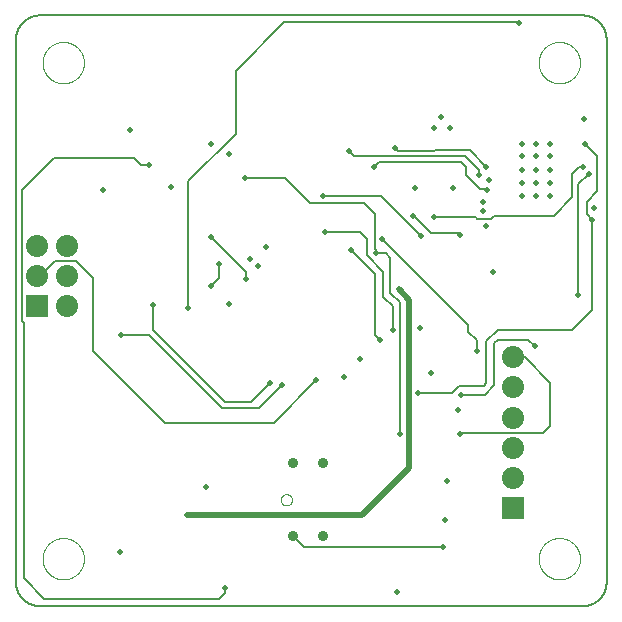
<source format=gbl>
G75*
%MOIN*%
%OFA0B0*%
%FSLAX25Y25*%
%IPPOS*%
%LPD*%
%AMOC8*
5,1,8,0,0,1.08239X$1,22.5*
%
%ADD10C,0.00800*%
%ADD11C,0.00000*%
%ADD12R,0.07382X0.07382*%
%ADD13C,0.07382*%
%ADD14C,0.03562*%
%ADD15C,0.02000*%
%ADD16C,0.02000*%
D10*
X0003031Y0009274D02*
X0003031Y0190376D01*
X0003032Y0190376D02*
X0003034Y0190566D01*
X0003041Y0190756D01*
X0003053Y0190946D01*
X0003069Y0191136D01*
X0003089Y0191325D01*
X0003115Y0191514D01*
X0003144Y0191702D01*
X0003179Y0191889D01*
X0003218Y0192075D01*
X0003261Y0192260D01*
X0003309Y0192445D01*
X0003361Y0192628D01*
X0003417Y0192809D01*
X0003478Y0192989D01*
X0003544Y0193168D01*
X0003613Y0193345D01*
X0003687Y0193521D01*
X0003765Y0193694D01*
X0003848Y0193866D01*
X0003934Y0194035D01*
X0004024Y0194203D01*
X0004119Y0194368D01*
X0004217Y0194531D01*
X0004320Y0194691D01*
X0004426Y0194849D01*
X0004536Y0195004D01*
X0004649Y0195157D01*
X0004767Y0195307D01*
X0004888Y0195453D01*
X0005012Y0195597D01*
X0005140Y0195738D01*
X0005271Y0195876D01*
X0005406Y0196011D01*
X0005544Y0196142D01*
X0005685Y0196270D01*
X0005829Y0196394D01*
X0005975Y0196515D01*
X0006125Y0196633D01*
X0006278Y0196746D01*
X0006433Y0196856D01*
X0006591Y0196962D01*
X0006751Y0197065D01*
X0006914Y0197163D01*
X0007079Y0197258D01*
X0007247Y0197348D01*
X0007416Y0197434D01*
X0007588Y0197517D01*
X0007761Y0197595D01*
X0007937Y0197669D01*
X0008114Y0197738D01*
X0008293Y0197804D01*
X0008473Y0197865D01*
X0008654Y0197921D01*
X0008837Y0197973D01*
X0009022Y0198021D01*
X0009207Y0198064D01*
X0009393Y0198103D01*
X0009580Y0198138D01*
X0009768Y0198167D01*
X0009957Y0198193D01*
X0010146Y0198213D01*
X0010336Y0198229D01*
X0010526Y0198241D01*
X0010716Y0198248D01*
X0010906Y0198250D01*
X0192008Y0198250D01*
X0192198Y0198248D01*
X0192388Y0198241D01*
X0192578Y0198229D01*
X0192768Y0198213D01*
X0192957Y0198193D01*
X0193146Y0198167D01*
X0193334Y0198138D01*
X0193521Y0198103D01*
X0193707Y0198064D01*
X0193892Y0198021D01*
X0194077Y0197973D01*
X0194260Y0197921D01*
X0194441Y0197865D01*
X0194621Y0197804D01*
X0194800Y0197738D01*
X0194977Y0197669D01*
X0195153Y0197595D01*
X0195326Y0197517D01*
X0195498Y0197434D01*
X0195667Y0197348D01*
X0195835Y0197258D01*
X0196000Y0197163D01*
X0196163Y0197065D01*
X0196323Y0196962D01*
X0196481Y0196856D01*
X0196636Y0196746D01*
X0196789Y0196633D01*
X0196939Y0196515D01*
X0197085Y0196394D01*
X0197229Y0196270D01*
X0197370Y0196142D01*
X0197508Y0196011D01*
X0197643Y0195876D01*
X0197774Y0195738D01*
X0197902Y0195597D01*
X0198026Y0195453D01*
X0198147Y0195307D01*
X0198265Y0195157D01*
X0198378Y0195004D01*
X0198488Y0194849D01*
X0198594Y0194691D01*
X0198697Y0194531D01*
X0198795Y0194368D01*
X0198890Y0194203D01*
X0198980Y0194035D01*
X0199066Y0193866D01*
X0199149Y0193694D01*
X0199227Y0193521D01*
X0199301Y0193345D01*
X0199370Y0193168D01*
X0199436Y0192989D01*
X0199497Y0192809D01*
X0199553Y0192628D01*
X0199605Y0192445D01*
X0199653Y0192260D01*
X0199696Y0192075D01*
X0199735Y0191889D01*
X0199770Y0191702D01*
X0199799Y0191514D01*
X0199825Y0191325D01*
X0199845Y0191136D01*
X0199861Y0190946D01*
X0199873Y0190756D01*
X0199880Y0190566D01*
X0199882Y0190376D01*
X0199882Y0009274D01*
X0199880Y0009084D01*
X0199873Y0008894D01*
X0199861Y0008704D01*
X0199845Y0008514D01*
X0199825Y0008325D01*
X0199799Y0008136D01*
X0199770Y0007948D01*
X0199735Y0007761D01*
X0199696Y0007575D01*
X0199653Y0007390D01*
X0199605Y0007205D01*
X0199553Y0007022D01*
X0199497Y0006841D01*
X0199436Y0006661D01*
X0199370Y0006482D01*
X0199301Y0006305D01*
X0199227Y0006129D01*
X0199149Y0005956D01*
X0199066Y0005784D01*
X0198980Y0005615D01*
X0198890Y0005447D01*
X0198795Y0005282D01*
X0198697Y0005119D01*
X0198594Y0004959D01*
X0198488Y0004801D01*
X0198378Y0004646D01*
X0198265Y0004493D01*
X0198147Y0004343D01*
X0198026Y0004197D01*
X0197902Y0004053D01*
X0197774Y0003912D01*
X0197643Y0003774D01*
X0197508Y0003639D01*
X0197370Y0003508D01*
X0197229Y0003380D01*
X0197085Y0003256D01*
X0196939Y0003135D01*
X0196789Y0003017D01*
X0196636Y0002904D01*
X0196481Y0002794D01*
X0196323Y0002688D01*
X0196163Y0002585D01*
X0196000Y0002487D01*
X0195835Y0002392D01*
X0195667Y0002302D01*
X0195498Y0002216D01*
X0195326Y0002133D01*
X0195153Y0002055D01*
X0194977Y0001981D01*
X0194800Y0001912D01*
X0194621Y0001846D01*
X0194441Y0001785D01*
X0194260Y0001729D01*
X0194077Y0001677D01*
X0193892Y0001629D01*
X0193707Y0001586D01*
X0193521Y0001547D01*
X0193334Y0001512D01*
X0193146Y0001483D01*
X0192957Y0001457D01*
X0192768Y0001437D01*
X0192578Y0001421D01*
X0192388Y0001409D01*
X0192198Y0001402D01*
X0192008Y0001400D01*
X0010906Y0001400D01*
X0012469Y0003762D02*
X0005631Y0010600D01*
X0005631Y0095650D01*
X0005000Y0096282D01*
X0005000Y0139983D01*
X0015630Y0150613D01*
X0042402Y0150613D01*
X0044764Y0148250D01*
X0047520Y0148250D01*
X0060512Y0143080D02*
X0076260Y0158828D01*
X0076260Y0179746D01*
X0092513Y0196000D01*
X0170231Y0196000D01*
X0170631Y0195600D01*
X0192795Y0155337D02*
X0196732Y0151400D01*
X0196732Y0139589D01*
X0193189Y0136046D01*
X0193189Y0132109D01*
X0195157Y0130140D01*
X0195157Y0100219D01*
X0188465Y0093526D01*
X0163757Y0093526D01*
X0159831Y0089600D01*
X0159831Y0075600D01*
X0158937Y0074706D01*
X0158937Y0074628D01*
X0150669Y0074628D01*
X0148307Y0072266D01*
X0136990Y0072266D01*
X0151457Y0071872D02*
X0159331Y0071872D01*
X0162431Y0074973D01*
X0162431Y0089000D01*
X0163631Y0090200D01*
X0173680Y0090200D01*
X0175866Y0088014D01*
X0175472Y0088014D01*
X0172568Y0084226D02*
X0168619Y0084226D01*
X0172568Y0084226D02*
X0180984Y0075809D01*
X0180984Y0061553D01*
X0178631Y0059200D01*
X0151383Y0059200D01*
X0151063Y0058880D01*
X0130984Y0058880D02*
X0130984Y0102581D01*
X0127835Y0105731D01*
X0127835Y0117542D01*
X0126476Y0118900D01*
X0122900Y0118900D01*
X0122931Y0118932D01*
X0122931Y0120083D01*
X0122717Y0120298D01*
X0122717Y0132109D01*
X0119173Y0135652D01*
X0101030Y0135652D01*
X0092531Y0144150D01*
X0079281Y0144150D01*
X0060512Y0143080D02*
X0060512Y0100613D01*
X0067992Y0108093D02*
X0070631Y0110732D01*
X0070631Y0115400D01*
X0068031Y0124400D02*
X0079781Y0112650D01*
X0079781Y0110400D01*
X0106181Y0126203D02*
X0117598Y0126203D01*
X0119961Y0123841D01*
X0119961Y0118329D01*
X0125472Y0112817D01*
X0125472Y0104550D01*
X0128622Y0101400D01*
X0128622Y0093526D01*
X0124291Y0089983D02*
X0122717Y0091557D01*
X0122717Y0112030D01*
X0114843Y0119904D01*
X0125079Y0123841D02*
X0153819Y0095101D01*
X0153819Y0092739D01*
X0156575Y0089983D01*
X0156575Y0086439D01*
X0190433Y0104943D02*
X0190433Y0141951D01*
X0193976Y0145494D01*
X0192008Y0147857D02*
X0190827Y0147857D01*
X0188465Y0145494D01*
X0188465Y0137620D01*
X0182244Y0131400D01*
X0162231Y0131400D01*
X0161231Y0130400D01*
X0156831Y0130400D01*
X0156304Y0130928D01*
X0142402Y0130928D01*
X0141220Y0125809D02*
X0150276Y0125809D01*
X0151063Y0125022D01*
X0141220Y0125809D02*
X0135709Y0131321D01*
X0135315Y0131321D01*
X0138071Y0124628D02*
X0124685Y0138014D01*
X0105394Y0138014D01*
X0115831Y0151400D02*
X0114031Y0153200D01*
X0115831Y0151400D02*
X0152638Y0151400D01*
X0157362Y0146676D01*
X0157362Y0144907D01*
X0159724Y0147857D02*
X0154213Y0153369D01*
X0130679Y0153169D01*
X0130263Y0153169D01*
X0129231Y0154200D01*
X0123863Y0149431D02*
X0122231Y0147800D01*
X0123863Y0149431D02*
X0151457Y0149431D01*
X0153031Y0147857D01*
X0153031Y0145101D01*
X0157756Y0140376D01*
X0159312Y0140376D01*
X0159712Y0139976D01*
X0159912Y0139976D01*
X0103031Y0076597D02*
X0088858Y0062424D01*
X0052638Y0062424D01*
X0028622Y0086439D01*
X0028622Y0110849D01*
X0023110Y0116361D01*
X0016024Y0116361D01*
X0011063Y0111400D01*
X0010031Y0111400D01*
X0038071Y0091557D02*
X0047520Y0091557D01*
X0071535Y0067542D01*
X0084134Y0067542D01*
X0091614Y0075022D01*
X0087677Y0075809D02*
X0081378Y0069510D01*
X0072717Y0069510D01*
X0048701Y0093526D01*
X0048701Y0101794D01*
X0095431Y0024595D02*
X0099127Y0020900D01*
X0145281Y0020900D01*
X0072636Y0007306D02*
X0072636Y0005731D01*
X0070668Y0003762D01*
X0012469Y0003762D01*
X0010906Y0001400D02*
X0010716Y0001402D01*
X0010526Y0001409D01*
X0010336Y0001421D01*
X0010146Y0001437D01*
X0009957Y0001457D01*
X0009768Y0001483D01*
X0009580Y0001512D01*
X0009393Y0001547D01*
X0009207Y0001586D01*
X0009022Y0001629D01*
X0008837Y0001677D01*
X0008654Y0001729D01*
X0008473Y0001785D01*
X0008293Y0001846D01*
X0008114Y0001912D01*
X0007937Y0001981D01*
X0007761Y0002055D01*
X0007588Y0002133D01*
X0007416Y0002216D01*
X0007247Y0002302D01*
X0007079Y0002392D01*
X0006914Y0002487D01*
X0006751Y0002585D01*
X0006591Y0002688D01*
X0006433Y0002794D01*
X0006278Y0002904D01*
X0006125Y0003017D01*
X0005975Y0003135D01*
X0005829Y0003256D01*
X0005685Y0003380D01*
X0005544Y0003508D01*
X0005406Y0003639D01*
X0005271Y0003774D01*
X0005140Y0003912D01*
X0005012Y0004053D01*
X0004888Y0004197D01*
X0004767Y0004343D01*
X0004649Y0004493D01*
X0004536Y0004646D01*
X0004426Y0004801D01*
X0004320Y0004959D01*
X0004217Y0005119D01*
X0004119Y0005282D01*
X0004024Y0005447D01*
X0003934Y0005615D01*
X0003848Y0005784D01*
X0003765Y0005956D01*
X0003687Y0006129D01*
X0003613Y0006305D01*
X0003544Y0006482D01*
X0003478Y0006661D01*
X0003417Y0006841D01*
X0003361Y0007022D01*
X0003309Y0007205D01*
X0003261Y0007390D01*
X0003218Y0007575D01*
X0003179Y0007761D01*
X0003144Y0007948D01*
X0003115Y0008136D01*
X0003089Y0008325D01*
X0003069Y0008514D01*
X0003053Y0008704D01*
X0003041Y0008894D01*
X0003034Y0009084D01*
X0003032Y0009274D01*
D11*
X0011890Y0017148D02*
X0011892Y0017317D01*
X0011898Y0017486D01*
X0011909Y0017655D01*
X0011923Y0017823D01*
X0011942Y0017991D01*
X0011965Y0018159D01*
X0011991Y0018326D01*
X0012022Y0018492D01*
X0012057Y0018658D01*
X0012096Y0018822D01*
X0012140Y0018986D01*
X0012187Y0019148D01*
X0012238Y0019309D01*
X0012293Y0019469D01*
X0012352Y0019628D01*
X0012414Y0019785D01*
X0012481Y0019940D01*
X0012552Y0020094D01*
X0012626Y0020246D01*
X0012704Y0020396D01*
X0012785Y0020544D01*
X0012870Y0020690D01*
X0012959Y0020834D01*
X0013051Y0020976D01*
X0013147Y0021115D01*
X0013246Y0021252D01*
X0013348Y0021387D01*
X0013454Y0021519D01*
X0013563Y0021648D01*
X0013675Y0021775D01*
X0013790Y0021899D01*
X0013908Y0022020D01*
X0014029Y0022138D01*
X0014153Y0022253D01*
X0014280Y0022365D01*
X0014409Y0022474D01*
X0014541Y0022580D01*
X0014676Y0022682D01*
X0014813Y0022781D01*
X0014952Y0022877D01*
X0015094Y0022969D01*
X0015238Y0023058D01*
X0015384Y0023143D01*
X0015532Y0023224D01*
X0015682Y0023302D01*
X0015834Y0023376D01*
X0015988Y0023447D01*
X0016143Y0023514D01*
X0016300Y0023576D01*
X0016459Y0023635D01*
X0016619Y0023690D01*
X0016780Y0023741D01*
X0016942Y0023788D01*
X0017106Y0023832D01*
X0017270Y0023871D01*
X0017436Y0023906D01*
X0017602Y0023937D01*
X0017769Y0023963D01*
X0017937Y0023986D01*
X0018105Y0024005D01*
X0018273Y0024019D01*
X0018442Y0024030D01*
X0018611Y0024036D01*
X0018780Y0024038D01*
X0018949Y0024036D01*
X0019118Y0024030D01*
X0019287Y0024019D01*
X0019455Y0024005D01*
X0019623Y0023986D01*
X0019791Y0023963D01*
X0019958Y0023937D01*
X0020124Y0023906D01*
X0020290Y0023871D01*
X0020454Y0023832D01*
X0020618Y0023788D01*
X0020780Y0023741D01*
X0020941Y0023690D01*
X0021101Y0023635D01*
X0021260Y0023576D01*
X0021417Y0023514D01*
X0021572Y0023447D01*
X0021726Y0023376D01*
X0021878Y0023302D01*
X0022028Y0023224D01*
X0022176Y0023143D01*
X0022322Y0023058D01*
X0022466Y0022969D01*
X0022608Y0022877D01*
X0022747Y0022781D01*
X0022884Y0022682D01*
X0023019Y0022580D01*
X0023151Y0022474D01*
X0023280Y0022365D01*
X0023407Y0022253D01*
X0023531Y0022138D01*
X0023652Y0022020D01*
X0023770Y0021899D01*
X0023885Y0021775D01*
X0023997Y0021648D01*
X0024106Y0021519D01*
X0024212Y0021387D01*
X0024314Y0021252D01*
X0024413Y0021115D01*
X0024509Y0020976D01*
X0024601Y0020834D01*
X0024690Y0020690D01*
X0024775Y0020544D01*
X0024856Y0020396D01*
X0024934Y0020246D01*
X0025008Y0020094D01*
X0025079Y0019940D01*
X0025146Y0019785D01*
X0025208Y0019628D01*
X0025267Y0019469D01*
X0025322Y0019309D01*
X0025373Y0019148D01*
X0025420Y0018986D01*
X0025464Y0018822D01*
X0025503Y0018658D01*
X0025538Y0018492D01*
X0025569Y0018326D01*
X0025595Y0018159D01*
X0025618Y0017991D01*
X0025637Y0017823D01*
X0025651Y0017655D01*
X0025662Y0017486D01*
X0025668Y0017317D01*
X0025670Y0017148D01*
X0025668Y0016979D01*
X0025662Y0016810D01*
X0025651Y0016641D01*
X0025637Y0016473D01*
X0025618Y0016305D01*
X0025595Y0016137D01*
X0025569Y0015970D01*
X0025538Y0015804D01*
X0025503Y0015638D01*
X0025464Y0015474D01*
X0025420Y0015310D01*
X0025373Y0015148D01*
X0025322Y0014987D01*
X0025267Y0014827D01*
X0025208Y0014668D01*
X0025146Y0014511D01*
X0025079Y0014356D01*
X0025008Y0014202D01*
X0024934Y0014050D01*
X0024856Y0013900D01*
X0024775Y0013752D01*
X0024690Y0013606D01*
X0024601Y0013462D01*
X0024509Y0013320D01*
X0024413Y0013181D01*
X0024314Y0013044D01*
X0024212Y0012909D01*
X0024106Y0012777D01*
X0023997Y0012648D01*
X0023885Y0012521D01*
X0023770Y0012397D01*
X0023652Y0012276D01*
X0023531Y0012158D01*
X0023407Y0012043D01*
X0023280Y0011931D01*
X0023151Y0011822D01*
X0023019Y0011716D01*
X0022884Y0011614D01*
X0022747Y0011515D01*
X0022608Y0011419D01*
X0022466Y0011327D01*
X0022322Y0011238D01*
X0022176Y0011153D01*
X0022028Y0011072D01*
X0021878Y0010994D01*
X0021726Y0010920D01*
X0021572Y0010849D01*
X0021417Y0010782D01*
X0021260Y0010720D01*
X0021101Y0010661D01*
X0020941Y0010606D01*
X0020780Y0010555D01*
X0020618Y0010508D01*
X0020454Y0010464D01*
X0020290Y0010425D01*
X0020124Y0010390D01*
X0019958Y0010359D01*
X0019791Y0010333D01*
X0019623Y0010310D01*
X0019455Y0010291D01*
X0019287Y0010277D01*
X0019118Y0010266D01*
X0018949Y0010260D01*
X0018780Y0010258D01*
X0018611Y0010260D01*
X0018442Y0010266D01*
X0018273Y0010277D01*
X0018105Y0010291D01*
X0017937Y0010310D01*
X0017769Y0010333D01*
X0017602Y0010359D01*
X0017436Y0010390D01*
X0017270Y0010425D01*
X0017106Y0010464D01*
X0016942Y0010508D01*
X0016780Y0010555D01*
X0016619Y0010606D01*
X0016459Y0010661D01*
X0016300Y0010720D01*
X0016143Y0010782D01*
X0015988Y0010849D01*
X0015834Y0010920D01*
X0015682Y0010994D01*
X0015532Y0011072D01*
X0015384Y0011153D01*
X0015238Y0011238D01*
X0015094Y0011327D01*
X0014952Y0011419D01*
X0014813Y0011515D01*
X0014676Y0011614D01*
X0014541Y0011716D01*
X0014409Y0011822D01*
X0014280Y0011931D01*
X0014153Y0012043D01*
X0014029Y0012158D01*
X0013908Y0012276D01*
X0013790Y0012397D01*
X0013675Y0012521D01*
X0013563Y0012648D01*
X0013454Y0012777D01*
X0013348Y0012909D01*
X0013246Y0013044D01*
X0013147Y0013181D01*
X0013051Y0013320D01*
X0012959Y0013462D01*
X0012870Y0013606D01*
X0012785Y0013752D01*
X0012704Y0013900D01*
X0012626Y0014050D01*
X0012552Y0014202D01*
X0012481Y0014356D01*
X0012414Y0014511D01*
X0012352Y0014668D01*
X0012293Y0014827D01*
X0012238Y0014987D01*
X0012187Y0015148D01*
X0012140Y0015310D01*
X0012096Y0015474D01*
X0012057Y0015638D01*
X0012022Y0015804D01*
X0011991Y0015970D01*
X0011965Y0016137D01*
X0011942Y0016305D01*
X0011923Y0016473D01*
X0011909Y0016641D01*
X0011898Y0016810D01*
X0011892Y0016979D01*
X0011890Y0017148D01*
X0091278Y0036800D02*
X0091280Y0036886D01*
X0091286Y0036973D01*
X0091296Y0037058D01*
X0091310Y0037144D01*
X0091328Y0037228D01*
X0091349Y0037312D01*
X0091375Y0037394D01*
X0091404Y0037476D01*
X0091437Y0037555D01*
X0091474Y0037634D01*
X0091514Y0037710D01*
X0091558Y0037784D01*
X0091605Y0037857D01*
X0091656Y0037927D01*
X0091709Y0037995D01*
X0091766Y0038060D01*
X0091826Y0038122D01*
X0091888Y0038182D01*
X0091953Y0038239D01*
X0092021Y0038292D01*
X0092091Y0038343D01*
X0092164Y0038390D01*
X0092238Y0038434D01*
X0092314Y0038474D01*
X0092393Y0038511D01*
X0092472Y0038544D01*
X0092554Y0038573D01*
X0092636Y0038599D01*
X0092720Y0038620D01*
X0092804Y0038638D01*
X0092890Y0038652D01*
X0092975Y0038662D01*
X0093062Y0038668D01*
X0093148Y0038670D01*
X0093234Y0038668D01*
X0093321Y0038662D01*
X0093406Y0038652D01*
X0093492Y0038638D01*
X0093576Y0038620D01*
X0093660Y0038599D01*
X0093742Y0038573D01*
X0093824Y0038544D01*
X0093903Y0038511D01*
X0093982Y0038474D01*
X0094058Y0038434D01*
X0094132Y0038390D01*
X0094205Y0038343D01*
X0094275Y0038292D01*
X0094343Y0038239D01*
X0094408Y0038182D01*
X0094470Y0038122D01*
X0094530Y0038060D01*
X0094587Y0037995D01*
X0094640Y0037927D01*
X0094691Y0037857D01*
X0094738Y0037784D01*
X0094782Y0037710D01*
X0094822Y0037634D01*
X0094859Y0037555D01*
X0094892Y0037476D01*
X0094921Y0037394D01*
X0094947Y0037312D01*
X0094968Y0037228D01*
X0094986Y0037144D01*
X0095000Y0037058D01*
X0095010Y0036973D01*
X0095016Y0036886D01*
X0095018Y0036800D01*
X0095016Y0036714D01*
X0095010Y0036627D01*
X0095000Y0036542D01*
X0094986Y0036456D01*
X0094968Y0036372D01*
X0094947Y0036288D01*
X0094921Y0036206D01*
X0094892Y0036124D01*
X0094859Y0036045D01*
X0094822Y0035966D01*
X0094782Y0035890D01*
X0094738Y0035816D01*
X0094691Y0035743D01*
X0094640Y0035673D01*
X0094587Y0035605D01*
X0094530Y0035540D01*
X0094470Y0035478D01*
X0094408Y0035418D01*
X0094343Y0035361D01*
X0094275Y0035308D01*
X0094205Y0035257D01*
X0094132Y0035210D01*
X0094058Y0035166D01*
X0093982Y0035126D01*
X0093903Y0035089D01*
X0093824Y0035056D01*
X0093742Y0035027D01*
X0093660Y0035001D01*
X0093576Y0034980D01*
X0093492Y0034962D01*
X0093406Y0034948D01*
X0093321Y0034938D01*
X0093234Y0034932D01*
X0093148Y0034930D01*
X0093062Y0034932D01*
X0092975Y0034938D01*
X0092890Y0034948D01*
X0092804Y0034962D01*
X0092720Y0034980D01*
X0092636Y0035001D01*
X0092554Y0035027D01*
X0092472Y0035056D01*
X0092393Y0035089D01*
X0092314Y0035126D01*
X0092238Y0035166D01*
X0092164Y0035210D01*
X0092091Y0035257D01*
X0092021Y0035308D01*
X0091953Y0035361D01*
X0091888Y0035418D01*
X0091826Y0035478D01*
X0091766Y0035540D01*
X0091709Y0035605D01*
X0091656Y0035673D01*
X0091605Y0035743D01*
X0091558Y0035816D01*
X0091514Y0035890D01*
X0091474Y0035966D01*
X0091437Y0036045D01*
X0091404Y0036124D01*
X0091375Y0036206D01*
X0091349Y0036288D01*
X0091328Y0036372D01*
X0091310Y0036456D01*
X0091296Y0036542D01*
X0091286Y0036627D01*
X0091280Y0036714D01*
X0091278Y0036800D01*
X0177244Y0017148D02*
X0177246Y0017317D01*
X0177252Y0017486D01*
X0177263Y0017655D01*
X0177277Y0017823D01*
X0177296Y0017991D01*
X0177319Y0018159D01*
X0177345Y0018326D01*
X0177376Y0018492D01*
X0177411Y0018658D01*
X0177450Y0018822D01*
X0177494Y0018986D01*
X0177541Y0019148D01*
X0177592Y0019309D01*
X0177647Y0019469D01*
X0177706Y0019628D01*
X0177768Y0019785D01*
X0177835Y0019940D01*
X0177906Y0020094D01*
X0177980Y0020246D01*
X0178058Y0020396D01*
X0178139Y0020544D01*
X0178224Y0020690D01*
X0178313Y0020834D01*
X0178405Y0020976D01*
X0178501Y0021115D01*
X0178600Y0021252D01*
X0178702Y0021387D01*
X0178808Y0021519D01*
X0178917Y0021648D01*
X0179029Y0021775D01*
X0179144Y0021899D01*
X0179262Y0022020D01*
X0179383Y0022138D01*
X0179507Y0022253D01*
X0179634Y0022365D01*
X0179763Y0022474D01*
X0179895Y0022580D01*
X0180030Y0022682D01*
X0180167Y0022781D01*
X0180306Y0022877D01*
X0180448Y0022969D01*
X0180592Y0023058D01*
X0180738Y0023143D01*
X0180886Y0023224D01*
X0181036Y0023302D01*
X0181188Y0023376D01*
X0181342Y0023447D01*
X0181497Y0023514D01*
X0181654Y0023576D01*
X0181813Y0023635D01*
X0181973Y0023690D01*
X0182134Y0023741D01*
X0182296Y0023788D01*
X0182460Y0023832D01*
X0182624Y0023871D01*
X0182790Y0023906D01*
X0182956Y0023937D01*
X0183123Y0023963D01*
X0183291Y0023986D01*
X0183459Y0024005D01*
X0183627Y0024019D01*
X0183796Y0024030D01*
X0183965Y0024036D01*
X0184134Y0024038D01*
X0184303Y0024036D01*
X0184472Y0024030D01*
X0184641Y0024019D01*
X0184809Y0024005D01*
X0184977Y0023986D01*
X0185145Y0023963D01*
X0185312Y0023937D01*
X0185478Y0023906D01*
X0185644Y0023871D01*
X0185808Y0023832D01*
X0185972Y0023788D01*
X0186134Y0023741D01*
X0186295Y0023690D01*
X0186455Y0023635D01*
X0186614Y0023576D01*
X0186771Y0023514D01*
X0186926Y0023447D01*
X0187080Y0023376D01*
X0187232Y0023302D01*
X0187382Y0023224D01*
X0187530Y0023143D01*
X0187676Y0023058D01*
X0187820Y0022969D01*
X0187962Y0022877D01*
X0188101Y0022781D01*
X0188238Y0022682D01*
X0188373Y0022580D01*
X0188505Y0022474D01*
X0188634Y0022365D01*
X0188761Y0022253D01*
X0188885Y0022138D01*
X0189006Y0022020D01*
X0189124Y0021899D01*
X0189239Y0021775D01*
X0189351Y0021648D01*
X0189460Y0021519D01*
X0189566Y0021387D01*
X0189668Y0021252D01*
X0189767Y0021115D01*
X0189863Y0020976D01*
X0189955Y0020834D01*
X0190044Y0020690D01*
X0190129Y0020544D01*
X0190210Y0020396D01*
X0190288Y0020246D01*
X0190362Y0020094D01*
X0190433Y0019940D01*
X0190500Y0019785D01*
X0190562Y0019628D01*
X0190621Y0019469D01*
X0190676Y0019309D01*
X0190727Y0019148D01*
X0190774Y0018986D01*
X0190818Y0018822D01*
X0190857Y0018658D01*
X0190892Y0018492D01*
X0190923Y0018326D01*
X0190949Y0018159D01*
X0190972Y0017991D01*
X0190991Y0017823D01*
X0191005Y0017655D01*
X0191016Y0017486D01*
X0191022Y0017317D01*
X0191024Y0017148D01*
X0191022Y0016979D01*
X0191016Y0016810D01*
X0191005Y0016641D01*
X0190991Y0016473D01*
X0190972Y0016305D01*
X0190949Y0016137D01*
X0190923Y0015970D01*
X0190892Y0015804D01*
X0190857Y0015638D01*
X0190818Y0015474D01*
X0190774Y0015310D01*
X0190727Y0015148D01*
X0190676Y0014987D01*
X0190621Y0014827D01*
X0190562Y0014668D01*
X0190500Y0014511D01*
X0190433Y0014356D01*
X0190362Y0014202D01*
X0190288Y0014050D01*
X0190210Y0013900D01*
X0190129Y0013752D01*
X0190044Y0013606D01*
X0189955Y0013462D01*
X0189863Y0013320D01*
X0189767Y0013181D01*
X0189668Y0013044D01*
X0189566Y0012909D01*
X0189460Y0012777D01*
X0189351Y0012648D01*
X0189239Y0012521D01*
X0189124Y0012397D01*
X0189006Y0012276D01*
X0188885Y0012158D01*
X0188761Y0012043D01*
X0188634Y0011931D01*
X0188505Y0011822D01*
X0188373Y0011716D01*
X0188238Y0011614D01*
X0188101Y0011515D01*
X0187962Y0011419D01*
X0187820Y0011327D01*
X0187676Y0011238D01*
X0187530Y0011153D01*
X0187382Y0011072D01*
X0187232Y0010994D01*
X0187080Y0010920D01*
X0186926Y0010849D01*
X0186771Y0010782D01*
X0186614Y0010720D01*
X0186455Y0010661D01*
X0186295Y0010606D01*
X0186134Y0010555D01*
X0185972Y0010508D01*
X0185808Y0010464D01*
X0185644Y0010425D01*
X0185478Y0010390D01*
X0185312Y0010359D01*
X0185145Y0010333D01*
X0184977Y0010310D01*
X0184809Y0010291D01*
X0184641Y0010277D01*
X0184472Y0010266D01*
X0184303Y0010260D01*
X0184134Y0010258D01*
X0183965Y0010260D01*
X0183796Y0010266D01*
X0183627Y0010277D01*
X0183459Y0010291D01*
X0183291Y0010310D01*
X0183123Y0010333D01*
X0182956Y0010359D01*
X0182790Y0010390D01*
X0182624Y0010425D01*
X0182460Y0010464D01*
X0182296Y0010508D01*
X0182134Y0010555D01*
X0181973Y0010606D01*
X0181813Y0010661D01*
X0181654Y0010720D01*
X0181497Y0010782D01*
X0181342Y0010849D01*
X0181188Y0010920D01*
X0181036Y0010994D01*
X0180886Y0011072D01*
X0180738Y0011153D01*
X0180592Y0011238D01*
X0180448Y0011327D01*
X0180306Y0011419D01*
X0180167Y0011515D01*
X0180030Y0011614D01*
X0179895Y0011716D01*
X0179763Y0011822D01*
X0179634Y0011931D01*
X0179507Y0012043D01*
X0179383Y0012158D01*
X0179262Y0012276D01*
X0179144Y0012397D01*
X0179029Y0012521D01*
X0178917Y0012648D01*
X0178808Y0012777D01*
X0178702Y0012909D01*
X0178600Y0013044D01*
X0178501Y0013181D01*
X0178405Y0013320D01*
X0178313Y0013462D01*
X0178224Y0013606D01*
X0178139Y0013752D01*
X0178058Y0013900D01*
X0177980Y0014050D01*
X0177906Y0014202D01*
X0177835Y0014356D01*
X0177768Y0014511D01*
X0177706Y0014668D01*
X0177647Y0014827D01*
X0177592Y0014987D01*
X0177541Y0015148D01*
X0177494Y0015310D01*
X0177450Y0015474D01*
X0177411Y0015638D01*
X0177376Y0015804D01*
X0177345Y0015970D01*
X0177319Y0016137D01*
X0177296Y0016305D01*
X0177277Y0016473D01*
X0177263Y0016641D01*
X0177252Y0016810D01*
X0177246Y0016979D01*
X0177244Y0017148D01*
X0177244Y0182502D02*
X0177246Y0182671D01*
X0177252Y0182840D01*
X0177263Y0183009D01*
X0177277Y0183177D01*
X0177296Y0183345D01*
X0177319Y0183513D01*
X0177345Y0183680D01*
X0177376Y0183846D01*
X0177411Y0184012D01*
X0177450Y0184176D01*
X0177494Y0184340D01*
X0177541Y0184502D01*
X0177592Y0184663D01*
X0177647Y0184823D01*
X0177706Y0184982D01*
X0177768Y0185139D01*
X0177835Y0185294D01*
X0177906Y0185448D01*
X0177980Y0185600D01*
X0178058Y0185750D01*
X0178139Y0185898D01*
X0178224Y0186044D01*
X0178313Y0186188D01*
X0178405Y0186330D01*
X0178501Y0186469D01*
X0178600Y0186606D01*
X0178702Y0186741D01*
X0178808Y0186873D01*
X0178917Y0187002D01*
X0179029Y0187129D01*
X0179144Y0187253D01*
X0179262Y0187374D01*
X0179383Y0187492D01*
X0179507Y0187607D01*
X0179634Y0187719D01*
X0179763Y0187828D01*
X0179895Y0187934D01*
X0180030Y0188036D01*
X0180167Y0188135D01*
X0180306Y0188231D01*
X0180448Y0188323D01*
X0180592Y0188412D01*
X0180738Y0188497D01*
X0180886Y0188578D01*
X0181036Y0188656D01*
X0181188Y0188730D01*
X0181342Y0188801D01*
X0181497Y0188868D01*
X0181654Y0188930D01*
X0181813Y0188989D01*
X0181973Y0189044D01*
X0182134Y0189095D01*
X0182296Y0189142D01*
X0182460Y0189186D01*
X0182624Y0189225D01*
X0182790Y0189260D01*
X0182956Y0189291D01*
X0183123Y0189317D01*
X0183291Y0189340D01*
X0183459Y0189359D01*
X0183627Y0189373D01*
X0183796Y0189384D01*
X0183965Y0189390D01*
X0184134Y0189392D01*
X0184303Y0189390D01*
X0184472Y0189384D01*
X0184641Y0189373D01*
X0184809Y0189359D01*
X0184977Y0189340D01*
X0185145Y0189317D01*
X0185312Y0189291D01*
X0185478Y0189260D01*
X0185644Y0189225D01*
X0185808Y0189186D01*
X0185972Y0189142D01*
X0186134Y0189095D01*
X0186295Y0189044D01*
X0186455Y0188989D01*
X0186614Y0188930D01*
X0186771Y0188868D01*
X0186926Y0188801D01*
X0187080Y0188730D01*
X0187232Y0188656D01*
X0187382Y0188578D01*
X0187530Y0188497D01*
X0187676Y0188412D01*
X0187820Y0188323D01*
X0187962Y0188231D01*
X0188101Y0188135D01*
X0188238Y0188036D01*
X0188373Y0187934D01*
X0188505Y0187828D01*
X0188634Y0187719D01*
X0188761Y0187607D01*
X0188885Y0187492D01*
X0189006Y0187374D01*
X0189124Y0187253D01*
X0189239Y0187129D01*
X0189351Y0187002D01*
X0189460Y0186873D01*
X0189566Y0186741D01*
X0189668Y0186606D01*
X0189767Y0186469D01*
X0189863Y0186330D01*
X0189955Y0186188D01*
X0190044Y0186044D01*
X0190129Y0185898D01*
X0190210Y0185750D01*
X0190288Y0185600D01*
X0190362Y0185448D01*
X0190433Y0185294D01*
X0190500Y0185139D01*
X0190562Y0184982D01*
X0190621Y0184823D01*
X0190676Y0184663D01*
X0190727Y0184502D01*
X0190774Y0184340D01*
X0190818Y0184176D01*
X0190857Y0184012D01*
X0190892Y0183846D01*
X0190923Y0183680D01*
X0190949Y0183513D01*
X0190972Y0183345D01*
X0190991Y0183177D01*
X0191005Y0183009D01*
X0191016Y0182840D01*
X0191022Y0182671D01*
X0191024Y0182502D01*
X0191022Y0182333D01*
X0191016Y0182164D01*
X0191005Y0181995D01*
X0190991Y0181827D01*
X0190972Y0181659D01*
X0190949Y0181491D01*
X0190923Y0181324D01*
X0190892Y0181158D01*
X0190857Y0180992D01*
X0190818Y0180828D01*
X0190774Y0180664D01*
X0190727Y0180502D01*
X0190676Y0180341D01*
X0190621Y0180181D01*
X0190562Y0180022D01*
X0190500Y0179865D01*
X0190433Y0179710D01*
X0190362Y0179556D01*
X0190288Y0179404D01*
X0190210Y0179254D01*
X0190129Y0179106D01*
X0190044Y0178960D01*
X0189955Y0178816D01*
X0189863Y0178674D01*
X0189767Y0178535D01*
X0189668Y0178398D01*
X0189566Y0178263D01*
X0189460Y0178131D01*
X0189351Y0178002D01*
X0189239Y0177875D01*
X0189124Y0177751D01*
X0189006Y0177630D01*
X0188885Y0177512D01*
X0188761Y0177397D01*
X0188634Y0177285D01*
X0188505Y0177176D01*
X0188373Y0177070D01*
X0188238Y0176968D01*
X0188101Y0176869D01*
X0187962Y0176773D01*
X0187820Y0176681D01*
X0187676Y0176592D01*
X0187530Y0176507D01*
X0187382Y0176426D01*
X0187232Y0176348D01*
X0187080Y0176274D01*
X0186926Y0176203D01*
X0186771Y0176136D01*
X0186614Y0176074D01*
X0186455Y0176015D01*
X0186295Y0175960D01*
X0186134Y0175909D01*
X0185972Y0175862D01*
X0185808Y0175818D01*
X0185644Y0175779D01*
X0185478Y0175744D01*
X0185312Y0175713D01*
X0185145Y0175687D01*
X0184977Y0175664D01*
X0184809Y0175645D01*
X0184641Y0175631D01*
X0184472Y0175620D01*
X0184303Y0175614D01*
X0184134Y0175612D01*
X0183965Y0175614D01*
X0183796Y0175620D01*
X0183627Y0175631D01*
X0183459Y0175645D01*
X0183291Y0175664D01*
X0183123Y0175687D01*
X0182956Y0175713D01*
X0182790Y0175744D01*
X0182624Y0175779D01*
X0182460Y0175818D01*
X0182296Y0175862D01*
X0182134Y0175909D01*
X0181973Y0175960D01*
X0181813Y0176015D01*
X0181654Y0176074D01*
X0181497Y0176136D01*
X0181342Y0176203D01*
X0181188Y0176274D01*
X0181036Y0176348D01*
X0180886Y0176426D01*
X0180738Y0176507D01*
X0180592Y0176592D01*
X0180448Y0176681D01*
X0180306Y0176773D01*
X0180167Y0176869D01*
X0180030Y0176968D01*
X0179895Y0177070D01*
X0179763Y0177176D01*
X0179634Y0177285D01*
X0179507Y0177397D01*
X0179383Y0177512D01*
X0179262Y0177630D01*
X0179144Y0177751D01*
X0179029Y0177875D01*
X0178917Y0178002D01*
X0178808Y0178131D01*
X0178702Y0178263D01*
X0178600Y0178398D01*
X0178501Y0178535D01*
X0178405Y0178674D01*
X0178313Y0178816D01*
X0178224Y0178960D01*
X0178139Y0179106D01*
X0178058Y0179254D01*
X0177980Y0179404D01*
X0177906Y0179556D01*
X0177835Y0179710D01*
X0177768Y0179865D01*
X0177706Y0180022D01*
X0177647Y0180181D01*
X0177592Y0180341D01*
X0177541Y0180502D01*
X0177494Y0180664D01*
X0177450Y0180828D01*
X0177411Y0180992D01*
X0177376Y0181158D01*
X0177345Y0181324D01*
X0177319Y0181491D01*
X0177296Y0181659D01*
X0177277Y0181827D01*
X0177263Y0181995D01*
X0177252Y0182164D01*
X0177246Y0182333D01*
X0177244Y0182502D01*
X0011890Y0182502D02*
X0011892Y0182671D01*
X0011898Y0182840D01*
X0011909Y0183009D01*
X0011923Y0183177D01*
X0011942Y0183345D01*
X0011965Y0183513D01*
X0011991Y0183680D01*
X0012022Y0183846D01*
X0012057Y0184012D01*
X0012096Y0184176D01*
X0012140Y0184340D01*
X0012187Y0184502D01*
X0012238Y0184663D01*
X0012293Y0184823D01*
X0012352Y0184982D01*
X0012414Y0185139D01*
X0012481Y0185294D01*
X0012552Y0185448D01*
X0012626Y0185600D01*
X0012704Y0185750D01*
X0012785Y0185898D01*
X0012870Y0186044D01*
X0012959Y0186188D01*
X0013051Y0186330D01*
X0013147Y0186469D01*
X0013246Y0186606D01*
X0013348Y0186741D01*
X0013454Y0186873D01*
X0013563Y0187002D01*
X0013675Y0187129D01*
X0013790Y0187253D01*
X0013908Y0187374D01*
X0014029Y0187492D01*
X0014153Y0187607D01*
X0014280Y0187719D01*
X0014409Y0187828D01*
X0014541Y0187934D01*
X0014676Y0188036D01*
X0014813Y0188135D01*
X0014952Y0188231D01*
X0015094Y0188323D01*
X0015238Y0188412D01*
X0015384Y0188497D01*
X0015532Y0188578D01*
X0015682Y0188656D01*
X0015834Y0188730D01*
X0015988Y0188801D01*
X0016143Y0188868D01*
X0016300Y0188930D01*
X0016459Y0188989D01*
X0016619Y0189044D01*
X0016780Y0189095D01*
X0016942Y0189142D01*
X0017106Y0189186D01*
X0017270Y0189225D01*
X0017436Y0189260D01*
X0017602Y0189291D01*
X0017769Y0189317D01*
X0017937Y0189340D01*
X0018105Y0189359D01*
X0018273Y0189373D01*
X0018442Y0189384D01*
X0018611Y0189390D01*
X0018780Y0189392D01*
X0018949Y0189390D01*
X0019118Y0189384D01*
X0019287Y0189373D01*
X0019455Y0189359D01*
X0019623Y0189340D01*
X0019791Y0189317D01*
X0019958Y0189291D01*
X0020124Y0189260D01*
X0020290Y0189225D01*
X0020454Y0189186D01*
X0020618Y0189142D01*
X0020780Y0189095D01*
X0020941Y0189044D01*
X0021101Y0188989D01*
X0021260Y0188930D01*
X0021417Y0188868D01*
X0021572Y0188801D01*
X0021726Y0188730D01*
X0021878Y0188656D01*
X0022028Y0188578D01*
X0022176Y0188497D01*
X0022322Y0188412D01*
X0022466Y0188323D01*
X0022608Y0188231D01*
X0022747Y0188135D01*
X0022884Y0188036D01*
X0023019Y0187934D01*
X0023151Y0187828D01*
X0023280Y0187719D01*
X0023407Y0187607D01*
X0023531Y0187492D01*
X0023652Y0187374D01*
X0023770Y0187253D01*
X0023885Y0187129D01*
X0023997Y0187002D01*
X0024106Y0186873D01*
X0024212Y0186741D01*
X0024314Y0186606D01*
X0024413Y0186469D01*
X0024509Y0186330D01*
X0024601Y0186188D01*
X0024690Y0186044D01*
X0024775Y0185898D01*
X0024856Y0185750D01*
X0024934Y0185600D01*
X0025008Y0185448D01*
X0025079Y0185294D01*
X0025146Y0185139D01*
X0025208Y0184982D01*
X0025267Y0184823D01*
X0025322Y0184663D01*
X0025373Y0184502D01*
X0025420Y0184340D01*
X0025464Y0184176D01*
X0025503Y0184012D01*
X0025538Y0183846D01*
X0025569Y0183680D01*
X0025595Y0183513D01*
X0025618Y0183345D01*
X0025637Y0183177D01*
X0025651Y0183009D01*
X0025662Y0182840D01*
X0025668Y0182671D01*
X0025670Y0182502D01*
X0025668Y0182333D01*
X0025662Y0182164D01*
X0025651Y0181995D01*
X0025637Y0181827D01*
X0025618Y0181659D01*
X0025595Y0181491D01*
X0025569Y0181324D01*
X0025538Y0181158D01*
X0025503Y0180992D01*
X0025464Y0180828D01*
X0025420Y0180664D01*
X0025373Y0180502D01*
X0025322Y0180341D01*
X0025267Y0180181D01*
X0025208Y0180022D01*
X0025146Y0179865D01*
X0025079Y0179710D01*
X0025008Y0179556D01*
X0024934Y0179404D01*
X0024856Y0179254D01*
X0024775Y0179106D01*
X0024690Y0178960D01*
X0024601Y0178816D01*
X0024509Y0178674D01*
X0024413Y0178535D01*
X0024314Y0178398D01*
X0024212Y0178263D01*
X0024106Y0178131D01*
X0023997Y0178002D01*
X0023885Y0177875D01*
X0023770Y0177751D01*
X0023652Y0177630D01*
X0023531Y0177512D01*
X0023407Y0177397D01*
X0023280Y0177285D01*
X0023151Y0177176D01*
X0023019Y0177070D01*
X0022884Y0176968D01*
X0022747Y0176869D01*
X0022608Y0176773D01*
X0022466Y0176681D01*
X0022322Y0176592D01*
X0022176Y0176507D01*
X0022028Y0176426D01*
X0021878Y0176348D01*
X0021726Y0176274D01*
X0021572Y0176203D01*
X0021417Y0176136D01*
X0021260Y0176074D01*
X0021101Y0176015D01*
X0020941Y0175960D01*
X0020780Y0175909D01*
X0020618Y0175862D01*
X0020454Y0175818D01*
X0020290Y0175779D01*
X0020124Y0175744D01*
X0019958Y0175713D01*
X0019791Y0175687D01*
X0019623Y0175664D01*
X0019455Y0175645D01*
X0019287Y0175631D01*
X0019118Y0175620D01*
X0018949Y0175614D01*
X0018780Y0175612D01*
X0018611Y0175614D01*
X0018442Y0175620D01*
X0018273Y0175631D01*
X0018105Y0175645D01*
X0017937Y0175664D01*
X0017769Y0175687D01*
X0017602Y0175713D01*
X0017436Y0175744D01*
X0017270Y0175779D01*
X0017106Y0175818D01*
X0016942Y0175862D01*
X0016780Y0175909D01*
X0016619Y0175960D01*
X0016459Y0176015D01*
X0016300Y0176074D01*
X0016143Y0176136D01*
X0015988Y0176203D01*
X0015834Y0176274D01*
X0015682Y0176348D01*
X0015532Y0176426D01*
X0015384Y0176507D01*
X0015238Y0176592D01*
X0015094Y0176681D01*
X0014952Y0176773D01*
X0014813Y0176869D01*
X0014676Y0176968D01*
X0014541Y0177070D01*
X0014409Y0177176D01*
X0014280Y0177285D01*
X0014153Y0177397D01*
X0014029Y0177512D01*
X0013908Y0177630D01*
X0013790Y0177751D01*
X0013675Y0177875D01*
X0013563Y0178002D01*
X0013454Y0178131D01*
X0013348Y0178263D01*
X0013246Y0178398D01*
X0013147Y0178535D01*
X0013051Y0178674D01*
X0012959Y0178816D01*
X0012870Y0178960D01*
X0012785Y0179106D01*
X0012704Y0179254D01*
X0012626Y0179404D01*
X0012552Y0179556D01*
X0012481Y0179710D01*
X0012414Y0179865D01*
X0012352Y0180022D01*
X0012293Y0180181D01*
X0012238Y0180341D01*
X0012187Y0180502D01*
X0012140Y0180664D01*
X0012096Y0180828D01*
X0012057Y0180992D01*
X0012022Y0181158D01*
X0011991Y0181324D01*
X0011965Y0181491D01*
X0011942Y0181659D01*
X0011923Y0181827D01*
X0011909Y0181995D01*
X0011898Y0182164D01*
X0011892Y0182333D01*
X0011890Y0182502D01*
D12*
X0010031Y0101400D03*
X0168619Y0034069D03*
D13*
X0168619Y0044108D03*
X0168619Y0054108D03*
X0168619Y0064108D03*
X0168619Y0074226D03*
X0168619Y0084226D03*
X0020031Y0101400D03*
X0020031Y0111400D03*
X0010031Y0111400D03*
X0010031Y0121400D03*
X0020031Y0121400D03*
D14*
X0095431Y0049005D03*
X0105431Y0049005D03*
X0105431Y0024595D03*
X0095431Y0024595D03*
D15*
X0072636Y0007306D03*
X0060038Y0031715D03*
X0066337Y0041164D03*
X0037597Y0019510D03*
X0087677Y0075809D03*
X0091614Y0075022D03*
X0103031Y0076597D03*
X0112480Y0077778D03*
X0117598Y0083683D03*
X0124291Y0089983D03*
X0128622Y0093526D03*
X0137677Y0093920D03*
X0130591Y0106912D03*
X0122900Y0118900D03*
X0125079Y0123841D03*
X0114843Y0119904D03*
X0106181Y0126203D03*
X0105394Y0138014D03*
X0114031Y0153200D03*
X0122231Y0147800D03*
X0129231Y0154200D03*
X0142231Y0160600D03*
X0144631Y0164400D03*
X0147631Y0160600D03*
X0159724Y0147857D03*
X0157362Y0144907D03*
X0160631Y0143400D03*
X0159912Y0139976D03*
X0158631Y0136200D03*
X0158631Y0133000D03*
X0159724Y0128172D03*
X0151063Y0125022D03*
X0142402Y0130928D03*
X0135315Y0131321D03*
X0138071Y0124628D03*
X0136102Y0140770D03*
X0148631Y0140600D03*
X0171535Y0142345D03*
X0171535Y0138014D03*
X0176260Y0138014D03*
X0176260Y0142345D03*
X0180984Y0142345D03*
X0180984Y0138014D03*
X0180984Y0146676D03*
X0180984Y0151400D03*
X0180984Y0155337D03*
X0176260Y0155337D03*
X0176260Y0151400D03*
X0176260Y0146676D03*
X0171535Y0146676D03*
X0171535Y0151400D03*
X0171535Y0155337D03*
X0192795Y0155337D03*
X0192008Y0147857D03*
X0193976Y0145494D03*
X0195551Y0134077D03*
X0195157Y0130140D03*
X0190433Y0104943D03*
X0175866Y0088014D03*
X0156575Y0086439D03*
X0141220Y0078959D03*
X0136990Y0072266D03*
X0150276Y0066754D03*
X0151457Y0071872D03*
X0151063Y0058880D03*
X0146531Y0043150D03*
X0146031Y0030150D03*
X0145281Y0020900D03*
X0129925Y0006187D03*
X0130984Y0058880D03*
X0079781Y0110400D03*
X0083740Y0114786D03*
X0081031Y0116900D03*
X0086496Y0121085D03*
X0070631Y0115400D03*
X0067992Y0108093D03*
X0073898Y0102187D03*
X0060512Y0100613D03*
X0048701Y0101794D03*
X0038071Y0091557D03*
X0068031Y0124400D03*
X0054831Y0141000D03*
X0047520Y0148250D03*
X0041031Y0160200D03*
X0032031Y0139900D03*
X0068031Y0155400D03*
X0073898Y0152187D03*
X0079281Y0144150D03*
X0162087Y0112817D03*
X0192402Y0163605D03*
X0170631Y0195600D03*
D16*
X0130591Y0106912D02*
X0134134Y0103369D01*
X0134134Y0047463D01*
X0118386Y0031715D01*
X0060038Y0031715D01*
M02*

</source>
